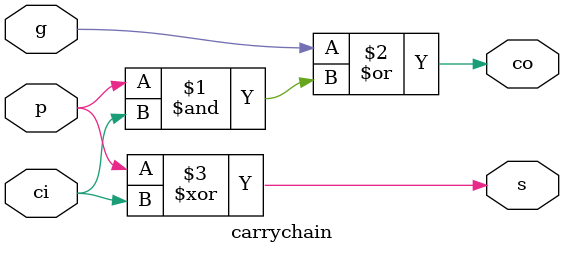
<source format=v>
module carrychain (
    input wire [0:0] p,     // has to be a ^ b instead of a + b
    input wire [0:0] g,
    input wire [0:0] ci,
    output wire [0:0] s,
    output wire [0:0] co
    );

    assign co = g | (p & ci);
    assign s = p ^ ci;

endmodule

</source>
